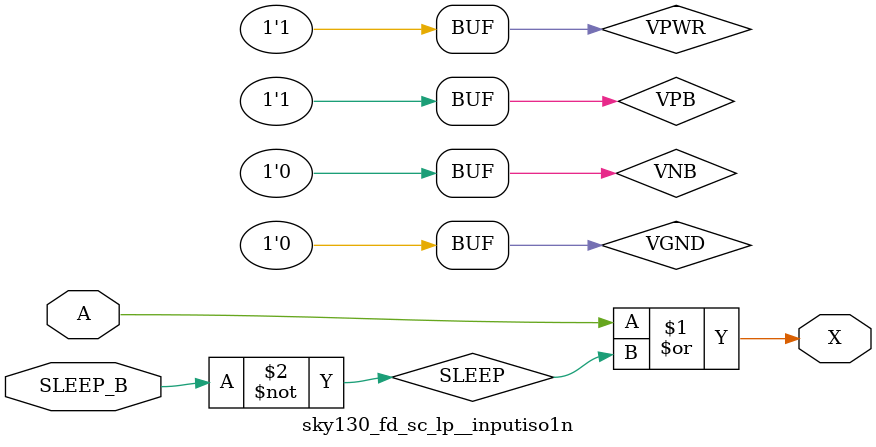
<source format=v>
/*
 * Copyright 2020 The SkyWater PDK Authors
 *
 * Licensed under the Apache License, Version 2.0 (the "License");
 * you may not use this file except in compliance with the License.
 * You may obtain a copy of the License at
 *
 *     https://www.apache.org/licenses/LICENSE-2.0
 *
 * Unless required by applicable law or agreed to in writing, software
 * distributed under the License is distributed on an "AS IS" BASIS,
 * WITHOUT WARRANTIES OR CONDITIONS OF ANY KIND, either express or implied.
 * See the License for the specific language governing permissions and
 * limitations under the License.
 *
 * SPDX-License-Identifier: Apache-2.0
*/


`ifndef SKY130_FD_SC_LP__INPUTISO1N_BEHAVIORAL_V
`define SKY130_FD_SC_LP__INPUTISO1N_BEHAVIORAL_V

/**
 * inputiso1n: Input isolation, inverted sleep.
 *
 *             X = (A & SLEEP_B)
 *
 * Verilog simulation functional model.
 */

`timescale 1ns / 1ps
`default_nettype none

`celldefine
module sky130_fd_sc_lp__inputiso1n (
    X      ,
    A      ,
    SLEEP_B
);

    // Module ports
    output X      ;
    input  A      ;
    input  SLEEP_B;

    // Module supplies
    supply1 VPWR;
    supply0 VGND;
    supply1 VPB ;
    supply0 VNB ;

    // Local signals
    wire SLEEP;

    //  Name  Output  Other arguments
    not not0 (SLEEP , SLEEP_B        );
    or  or0  (X     , A, SLEEP       );

endmodule
`endcelldefine

`default_nettype wire
`endif  // SKY130_FD_SC_LP__INPUTISO1N_BEHAVIORAL_V
</source>
